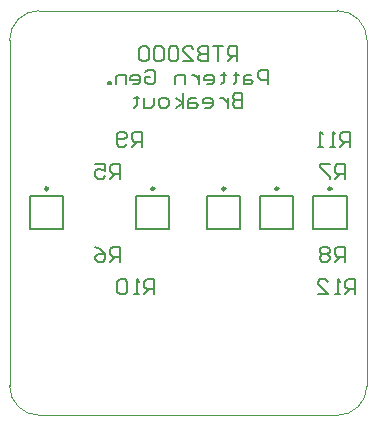
<source format=gbo>
G04*
G04 #@! TF.GenerationSoftware,Altium Limited,Altium Designer,19.1.6 (110)*
G04*
G04 Layer_Color=32896*
%FSLAX25Y25*%
%MOIN*%
G70*
G01*
G75*
%ADD11C,0.00787*%
%ADD12C,0.00394*%
%ADD13C,0.00984*%
%ADD36C,0.00800*%
%ADD37C,0.00799*%
D11*
X41732Y5512D02*
X52756D01*
X41732Y-5512D02*
Y5512D01*
Y-5512D02*
X52756D01*
X52756Y-5512D02*
Y5512D01*
X24016D02*
X35039D01*
X24016Y-5512D02*
Y5512D01*
Y-5512D02*
X35039D01*
X35039Y-5512D02*
Y5512D01*
X6299D02*
X17323D01*
X6299Y-5512D02*
Y5512D01*
Y-5512D02*
X17323D01*
X17323Y-5512D02*
Y5512D01*
X-17323D02*
X-6299D01*
X-17323Y-5512D02*
Y5512D01*
Y-5512D02*
X-6299D01*
X-6299Y-5512D02*
Y5512D01*
X-52756D02*
X-41732D01*
X-52756Y-5512D02*
Y5512D01*
Y-5512D02*
X-41732D01*
X-41732Y-5512D02*
Y5512D01*
X16399Y50609D02*
Y55529D01*
X13939D01*
X13119Y54709D01*
Y53069D01*
X13939Y52249D01*
X16399D01*
X14759D02*
X13119Y50609D01*
X11479Y55529D02*
X8200D01*
X9839D01*
Y50609D01*
X6560Y55529D02*
Y50609D01*
X4100D01*
X3280Y51429D01*
Y52249D01*
X4100Y53069D01*
X6560D01*
X4100D01*
X3280Y53889D01*
Y54709D01*
X4100Y55529D01*
X6560D01*
X-1640Y50609D02*
X1640D01*
X-1640Y53889D01*
Y54709D01*
X-820Y55529D01*
X820D01*
X1640Y54709D01*
X-3280D02*
X-4100Y55529D01*
X-5740D01*
X-6560Y54709D01*
Y51429D01*
X-5740Y50609D01*
X-4100D01*
X-3280Y51429D01*
Y54709D01*
X-8199D02*
X-9019Y55529D01*
X-10659D01*
X-11479Y54709D01*
Y51429D01*
X-10659Y50609D01*
X-9019D01*
X-8199Y51429D01*
Y54709D01*
X-13119D02*
X-13939Y55529D01*
X-15579D01*
X-16399Y54709D01*
Y51429D01*
X-15579Y50609D01*
X-13939D01*
X-13119Y51429D01*
Y54709D01*
X26648Y42816D02*
Y47735D01*
X24188D01*
X23368Y46916D01*
Y45276D01*
X24188Y44456D01*
X26648D01*
X20909Y46095D02*
X19269D01*
X18449Y45276D01*
Y42816D01*
X20909D01*
X21729Y43636D01*
X20909Y44456D01*
X18449D01*
X15989Y46916D02*
Y46095D01*
X16809D01*
X15169D01*
X15989D01*
Y43636D01*
X15169Y42816D01*
X11889Y46916D02*
Y46095D01*
X12709D01*
X11069D01*
X11889D01*
Y43636D01*
X11069Y42816D01*
X6150D02*
X7790D01*
X8609Y43636D01*
Y45276D01*
X7790Y46095D01*
X6150D01*
X5330Y45276D01*
Y44456D01*
X8609D01*
X3690Y46095D02*
Y42816D01*
Y44456D01*
X2870Y45276D01*
X2050Y46095D01*
X1230D01*
X-1230Y42816D02*
Y46095D01*
X-3690D01*
X-4510Y45276D01*
Y42816D01*
X-14349Y46916D02*
X-13529Y47735D01*
X-11889D01*
X-11069Y46916D01*
Y43636D01*
X-11889Y42816D01*
X-13529D01*
X-14349Y43636D01*
Y45276D01*
X-12709D01*
X-18449Y42816D02*
X-16809D01*
X-15989Y43636D01*
Y45276D01*
X-16809Y46095D01*
X-18449D01*
X-19269Y45276D01*
Y44456D01*
X-15989D01*
X-20909Y42816D02*
Y46095D01*
X-23368D01*
X-24188Y45276D01*
Y42816D01*
X-25828D02*
Y43636D01*
X-26648D01*
Y42816D01*
X-25828D01*
X18039Y39942D02*
Y35022D01*
X15579D01*
X14759Y35842D01*
Y36662D01*
X15579Y37482D01*
X18039D01*
X15579D01*
X14759Y38302D01*
Y39122D01*
X15579Y39942D01*
X18039D01*
X13119Y38302D02*
Y35022D01*
Y36662D01*
X12299Y37482D01*
X11479Y38302D01*
X10659D01*
X5740Y35022D02*
X7379D01*
X8200Y35842D01*
Y37482D01*
X7379Y38302D01*
X5740D01*
X4920Y37482D01*
Y36662D01*
X8200D01*
X2460Y38302D02*
X820D01*
X0Y37482D01*
Y35022D01*
X2460D01*
X3280Y35842D01*
X2460Y36662D01*
X0D01*
X-1640Y35022D02*
Y39942D01*
Y36662D02*
X-4100Y38302D01*
X-1640Y36662D02*
X-4100Y35022D01*
X-7379D02*
X-9019D01*
X-9839Y35842D01*
Y37482D01*
X-9019Y38302D01*
X-7379D01*
X-6560Y37482D01*
Y35842D01*
X-7379Y35022D01*
X-11479Y38302D02*
Y35842D01*
X-12299Y35022D01*
X-14759D01*
Y38302D01*
X-17219Y39122D02*
Y38302D01*
X-16399D01*
X-18039D01*
X-17219D01*
Y35842D01*
X-18039Y35022D01*
D12*
X-49724Y67441D02*
G03*
X-59567Y57598I0J-9843D01*
G01*
Y-57598D02*
G03*
X-49724Y-67441I9843J0D01*
G01*
X49724D02*
G03*
X59567Y-57598I0J9843D01*
G01*
Y57598D02*
G03*
X49724Y67441I-9843J0D01*
G01*
X-49724D02*
X49724D01*
X59567Y-57598D02*
Y57598D01*
X-49724Y-67441D02*
X49724D01*
X-59567Y-57598D02*
Y57598D01*
D13*
X47736Y8071D02*
G03*
X47736Y8071I-492J0D01*
G01*
X30020D02*
G03*
X30020Y8071I-492J0D01*
G01*
X12303D02*
G03*
X12303Y8071I-492J0D01*
G01*
X-11319D02*
G03*
X-11319Y8071I-492J0D01*
G01*
X-46752D02*
G03*
X-46752Y8071I-492J0D01*
G01*
D36*
X55642Y-27142D02*
Y-22143D01*
X53143D01*
X52310Y-22976D01*
Y-24643D01*
X53143Y-25476D01*
X55642D01*
X53976D02*
X52310Y-27142D01*
X50644D02*
X48978D01*
X49811D01*
Y-22143D01*
X50644Y-22976D01*
X43147Y-27142D02*
X46479D01*
X43147Y-23810D01*
Y-22976D01*
X43980Y-22143D01*
X45646D01*
X46479Y-22976D01*
X53943Y22084D02*
Y27083D01*
X51443D01*
X50610Y26250D01*
Y24583D01*
X51443Y23750D01*
X53943D01*
X52276D02*
X50610Y22084D01*
X48944D02*
X47278D01*
X48111D01*
Y27083D01*
X48944Y26250D01*
X44779Y22084D02*
X43113D01*
X43946D01*
Y27083D01*
X44779Y26250D01*
X52153Y-16342D02*
Y-11343D01*
X49654D01*
X48821Y-12176D01*
Y-13842D01*
X49654Y-14676D01*
X52153D01*
X50487D02*
X48821Y-16342D01*
X47155Y-12176D02*
X46322Y-11343D01*
X44656D01*
X43823Y-12176D01*
Y-13010D01*
X44656Y-13842D01*
X43823Y-14676D01*
Y-15509D01*
X44656Y-16342D01*
X46322D01*
X47155Y-15509D01*
Y-14676D01*
X46322Y-13842D01*
X47155Y-13010D01*
Y-12176D01*
X46322Y-13842D02*
X44656D01*
X52143Y11284D02*
Y16282D01*
X49644D01*
X48811Y15449D01*
Y13783D01*
X49644Y12950D01*
X52143D01*
X50477D02*
X48811Y11284D01*
X47144Y16282D02*
X43812D01*
Y15449D01*
X47144Y12117D01*
Y11284D01*
D37*
X-22658Y11321D02*
Y16320D01*
X-25157D01*
X-25990Y15487D01*
Y13820D01*
X-25157Y12987D01*
X-22658D01*
X-24324D02*
X-25990Y11321D01*
X-30988Y16320D02*
X-27656D01*
Y13820D01*
X-29322Y14653D01*
X-30155D01*
X-30988Y13820D01*
Y12154D01*
X-30155Y11321D01*
X-28489D01*
X-27656Y12154D01*
X-22658Y-16279D02*
Y-11280D01*
X-25157D01*
X-25990Y-12113D01*
Y-13780D01*
X-25157Y-14613D01*
X-22658D01*
X-24324D02*
X-25990Y-16279D01*
X-30988Y-11280D02*
X-29322Y-12113D01*
X-27656Y-13780D01*
Y-15446D01*
X-28489Y-16279D01*
X-30155D01*
X-30988Y-15446D01*
Y-14613D01*
X-30155Y-13780D01*
X-27656D01*
X-15458Y22121D02*
Y27120D01*
X-17957D01*
X-18790Y26287D01*
Y24620D01*
X-17957Y23787D01*
X-15458D01*
X-17124D02*
X-18790Y22121D01*
X-20456Y22954D02*
X-21289Y22121D01*
X-22955D01*
X-23788Y22954D01*
Y26287D01*
X-22955Y27120D01*
X-21289D01*
X-20456Y26287D01*
Y25453D01*
X-21289Y24620D01*
X-23788D01*
X-11258Y-27079D02*
Y-22080D01*
X-13757D01*
X-14590Y-22913D01*
Y-24580D01*
X-13757Y-25413D01*
X-11258D01*
X-12924D02*
X-14590Y-27079D01*
X-16256D02*
X-17922D01*
X-17089D01*
Y-22080D01*
X-16256Y-22913D01*
X-20421D02*
X-21254Y-22080D01*
X-22920D01*
X-23753Y-22913D01*
Y-26246D01*
X-22920Y-27079D01*
X-21254D01*
X-20421Y-26246D01*
Y-22913D01*
M02*

</source>
